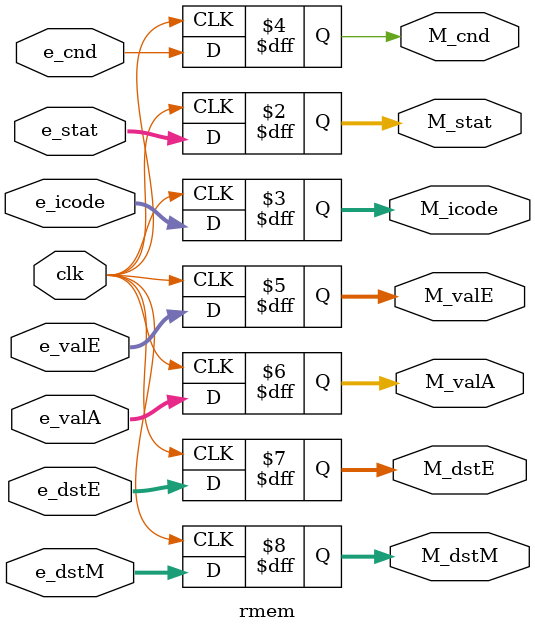
<source format=v>
module rmem(clk, e_stat, e_icode, e_cnd, e_valE, e_valA, e_dstE, e_dstM, M_stat, M_icode, M_cnd, M_valE, M_valA, M_dstE, M_dstM);

    input clk;
    input [1:0] e_stat;
    input [3:0] e_icode;
    input e_cnd;
    input [63:0] e_valE, e_valA;
    input [3:0] e_dstE, e_dstM;
    output reg [1:0] M_stat;
    output reg [3:0] M_icode; 
    output reg M_cnd; 
    output reg [63:0] M_valE, M_valA;
    output reg [3:0] M_dstE, M_dstM;

    always @(posedge clk) begin
        M_stat <= e_stat;
        M_icode <= e_icode;
        M_cnd <= e_cnd;
        M_valA <= e_valA;
        M_valE <= e_valE;
        M_dstE <= e_dstE;
        M_dstM <= e_dstM;
    end

endmodule
</source>
